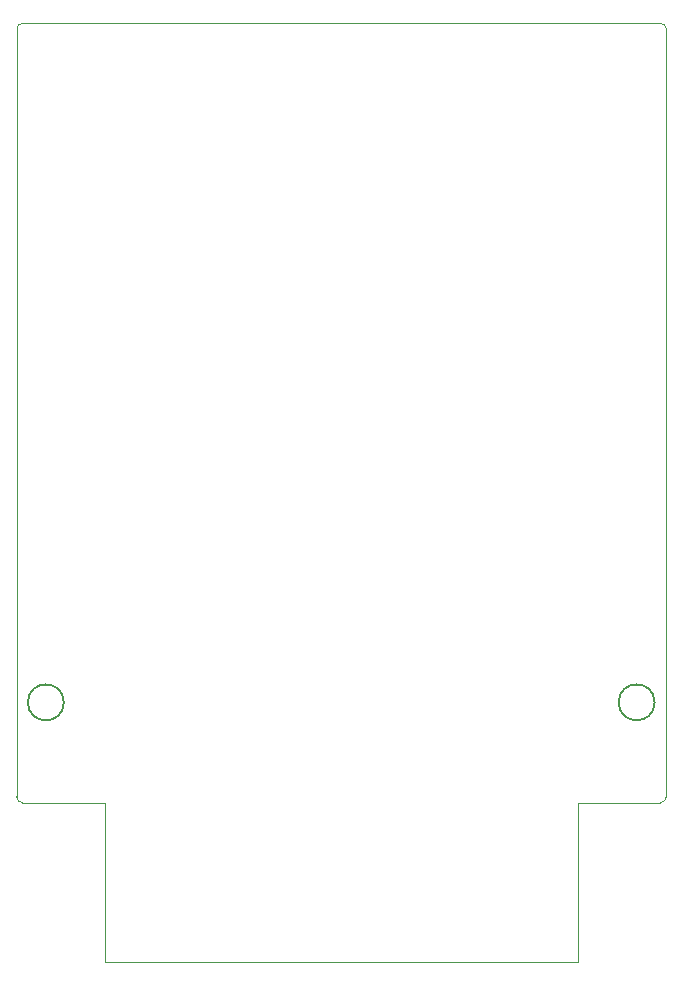
<source format=gbr>
%TF.GenerationSoftware,KiCad,Pcbnew,8.0.6*%
%TF.CreationDate,2025-03-18T08:59:09+02:00*%
%TF.ProjectId,SVI-328-PicoROM,5356492d-3332-4382-9d50-69636f524f4d,1.0*%
%TF.SameCoordinates,Original*%
%TF.FileFunction,Profile,NP*%
%FSLAX46Y46*%
G04 Gerber Fmt 4.6, Leading zero omitted, Abs format (unit mm)*
G04 Created by KiCad (PCBNEW 8.0.6) date 2025-03-18 08:59:09*
%MOMM*%
%LPD*%
G01*
G04 APERTURE LIST*
%TA.AperFunction,Profile*%
%ADD10C,0.150000*%
%TD*%
%TA.AperFunction,Profile*%
%ADD11C,0.050000*%
%TD*%
G04 APERTURE END LIST*
D10*
X110479309Y-140000000D02*
G75*
G02*
X107437927Y-140000000I-1520691J0D01*
G01*
X107437927Y-140000000D02*
G75*
G02*
X110479309Y-140000000I1520691J0D01*
G01*
D11*
X161479309Y-148000000D02*
G75*
G02*
X160979309Y-148500009I-500009J0D01*
G01*
X107000000Y-82500000D02*
X161000000Y-82500000D01*
X161000000Y-82500000D02*
G75*
G02*
X161500000Y-83000000I0J-500000D01*
G01*
X160979309Y-148500000D02*
X154000000Y-148500000D01*
X106479309Y-148000000D02*
X106500000Y-83000000D01*
X114000000Y-162000000D02*
X114000000Y-148500000D01*
X106500000Y-83000000D02*
G75*
G02*
X107000000Y-82500000I500000J0D01*
G01*
X114000000Y-148500000D02*
X106979309Y-148500000D01*
D10*
X160500000Y-140000000D02*
G75*
G02*
X157458618Y-140000000I-1520691J0D01*
G01*
X157458618Y-140000000D02*
G75*
G02*
X160500000Y-140000000I1520691J0D01*
G01*
D11*
X106979309Y-148500000D02*
G75*
G02*
X106479300Y-148000000I-9J500000D01*
G01*
X154000000Y-162000000D02*
X154000000Y-148500000D01*
X161500000Y-83000000D02*
X161479309Y-148000000D01*
X114000000Y-162000000D02*
X154000000Y-162000000D01*
M02*

</source>
